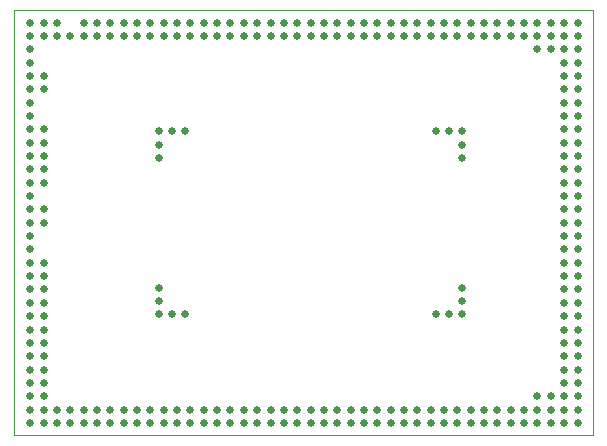
<source format=gtp>
G04 EAGLE Gerber X2 export*
%TF.Part,Single*%
%TF.FileFunction,Other,Top Paste*%
%TF.FilePolarity,Positive*%
%TF.GenerationSoftware,Autodesk,EAGLE,9.0.0*%
%TF.CreationDate,2018-09-12T04:39:06Z*%
G75*
%MOMM*%
%FSLAX34Y34*%
%LPD*%
%AMOC8*
5,1,8,0,0,1.08239X$1,22.5*%
G01*
%ADD10C,0.000000*%
%ADD11C,0.650000*%


D10*
X0Y0D02*
X490000Y0D01*
X490000Y360000D01*
X0Y360000D01*
X0Y0D01*
D11*
X13400Y349500D03*
X24700Y349500D03*
X36000Y349500D03*
X58600Y349500D03*
X69900Y349500D03*
X81200Y349500D03*
X92500Y349500D03*
X103800Y349500D03*
X115100Y349500D03*
X126400Y349500D03*
X137700Y349500D03*
X149000Y349500D03*
X160300Y349500D03*
X171600Y349500D03*
X182900Y349500D03*
X194200Y349500D03*
X205500Y349500D03*
X216800Y349500D03*
X228100Y349500D03*
X239400Y349500D03*
X250700Y349500D03*
X262000Y349500D03*
X273300Y349500D03*
X284600Y349500D03*
X295900Y349500D03*
X307200Y349500D03*
X318500Y349500D03*
X329800Y349500D03*
X341100Y349500D03*
X352400Y349500D03*
X363700Y349500D03*
X375000Y349500D03*
X386300Y349500D03*
X397600Y349500D03*
X408900Y349500D03*
X420200Y349500D03*
X431500Y349500D03*
X442800Y349500D03*
X454100Y349500D03*
X465400Y349500D03*
X476700Y349500D03*
X13400Y338200D03*
X24700Y338200D03*
X36000Y338200D03*
X47300Y338200D03*
X58600Y338200D03*
X69900Y338200D03*
X81200Y338200D03*
X92500Y338200D03*
X103800Y338200D03*
X115100Y338200D03*
X126400Y338200D03*
X137700Y338200D03*
X149000Y338200D03*
X160300Y338200D03*
X171600Y338200D03*
X182900Y338200D03*
X194200Y338200D03*
X205500Y338200D03*
X216800Y338200D03*
X228100Y338200D03*
X239400Y338200D03*
X250700Y338200D03*
X262000Y338200D03*
X273300Y338200D03*
X284600Y338200D03*
X295900Y338200D03*
X307200Y338200D03*
X318500Y338200D03*
X329800Y338200D03*
X341100Y338200D03*
X352400Y338200D03*
X363700Y338200D03*
X375000Y338200D03*
X386300Y338200D03*
X397600Y338200D03*
X408900Y338200D03*
X420200Y338200D03*
X431500Y338200D03*
X442800Y338200D03*
X454100Y338200D03*
X465400Y338200D03*
X476700Y338200D03*
X13400Y10500D03*
X24700Y10500D03*
X36000Y10500D03*
X47300Y10500D03*
X58600Y10500D03*
X69900Y10500D03*
X81200Y10500D03*
X92500Y10500D03*
X103800Y10500D03*
X115100Y10500D03*
X126400Y10500D03*
X137700Y10500D03*
X149000Y10500D03*
X160300Y10500D03*
X171600Y10500D03*
X182900Y10500D03*
X194200Y10500D03*
X205500Y10500D03*
X216800Y10500D03*
X228100Y10500D03*
X239400Y10500D03*
X250700Y10500D03*
X262000Y10500D03*
X273300Y10500D03*
X284600Y10500D03*
X295900Y10500D03*
X307200Y10500D03*
X318500Y10500D03*
X329800Y10500D03*
X341100Y10500D03*
X352400Y10500D03*
X363700Y10500D03*
X375000Y10500D03*
X386300Y10500D03*
X397600Y10500D03*
X408900Y10500D03*
X420200Y10500D03*
X431500Y10500D03*
X442800Y10500D03*
X454100Y10500D03*
X465400Y10500D03*
X476700Y10500D03*
X13400Y21800D03*
X24700Y21800D03*
X36000Y21800D03*
X47300Y21800D03*
X58600Y21800D03*
X69900Y21800D03*
X81200Y21800D03*
X92500Y21800D03*
X103800Y21800D03*
X115100Y21800D03*
X126400Y21800D03*
X137700Y21800D03*
X149000Y21800D03*
X160300Y21800D03*
X171600Y21800D03*
X182900Y21800D03*
X194200Y21800D03*
X205500Y21800D03*
X216800Y21800D03*
X228100Y21800D03*
X239400Y21800D03*
X250700Y21800D03*
X262000Y21800D03*
X273300Y21800D03*
X284600Y21800D03*
X295900Y21800D03*
X307200Y21800D03*
X318500Y21800D03*
X329800Y21800D03*
X341100Y21800D03*
X352400Y21800D03*
X363700Y21800D03*
X375000Y21800D03*
X386300Y21800D03*
X397600Y21800D03*
X408900Y21800D03*
X420200Y21800D03*
X431500Y21800D03*
X442800Y21800D03*
X454100Y21800D03*
X465400Y21800D03*
X476700Y21800D03*
X13400Y326900D03*
X13400Y315600D03*
X13400Y304300D03*
X13400Y293000D03*
X13400Y281700D03*
X13400Y270400D03*
X13400Y259100D03*
X13400Y247800D03*
X13400Y236500D03*
X13400Y225200D03*
X13400Y213900D03*
X13400Y202600D03*
X13400Y191300D03*
X13400Y180000D03*
X13400Y168700D03*
X13400Y157400D03*
X13400Y146100D03*
X13400Y134800D03*
X13400Y123500D03*
X13400Y112200D03*
X13400Y100900D03*
X13400Y89600D03*
X13400Y78300D03*
X13400Y67000D03*
X13400Y55700D03*
X13400Y44400D03*
X13400Y33100D03*
X24700Y304300D03*
X24700Y293000D03*
X24700Y259100D03*
X24700Y247800D03*
X24700Y236500D03*
X24700Y225200D03*
X24700Y213900D03*
X24700Y191300D03*
X24700Y180000D03*
X24700Y146100D03*
X24700Y134800D03*
X24700Y123500D03*
X24700Y112200D03*
X24700Y100900D03*
X24700Y89600D03*
X24700Y78300D03*
X24700Y67000D03*
X24700Y55700D03*
X24700Y44400D03*
X24700Y33100D03*
X442800Y326900D03*
X454100Y326900D03*
X465400Y326900D03*
X476700Y326900D03*
X465400Y315600D03*
X465400Y304300D03*
X465400Y293000D03*
X465400Y281700D03*
X465400Y270400D03*
X465400Y259100D03*
X465400Y247800D03*
X465400Y236500D03*
X465400Y225200D03*
X465400Y213900D03*
X465400Y202600D03*
X465400Y191300D03*
X465400Y180000D03*
X465400Y168700D03*
X465400Y157400D03*
X465400Y146100D03*
X465400Y134800D03*
X465400Y123500D03*
X465400Y112200D03*
X465400Y100900D03*
X465400Y89600D03*
X465400Y78300D03*
X465400Y67000D03*
X465400Y55700D03*
X465400Y44400D03*
X465400Y33100D03*
X476700Y33100D03*
X476700Y44400D03*
X476700Y55700D03*
X476700Y67000D03*
X476700Y78300D03*
X476700Y89600D03*
X476700Y100900D03*
X476700Y112200D03*
X476700Y123500D03*
X476700Y134800D03*
X476700Y146100D03*
X476700Y157400D03*
X476700Y168700D03*
X476700Y180000D03*
X476700Y191300D03*
X476700Y202600D03*
X476700Y213900D03*
X476700Y225200D03*
X476700Y236500D03*
X476700Y247800D03*
X476700Y259100D03*
X476700Y270400D03*
X476700Y281700D03*
X476700Y304300D03*
X476700Y293000D03*
X476700Y315600D03*
X442800Y33100D03*
X454100Y33100D03*
X122200Y257500D03*
X133500Y257500D03*
X144800Y257500D03*
X356500Y257500D03*
X367800Y257500D03*
X379100Y257500D03*
X122200Y246200D03*
X379100Y246200D03*
X122200Y234900D03*
X379100Y234900D03*
X122200Y125100D03*
X379100Y125100D03*
X122200Y113800D03*
X379100Y113800D03*
X122200Y102500D03*
X133500Y102500D03*
X144800Y102500D03*
X356500Y102500D03*
X367800Y102500D03*
X379100Y102500D03*
M02*

</source>
